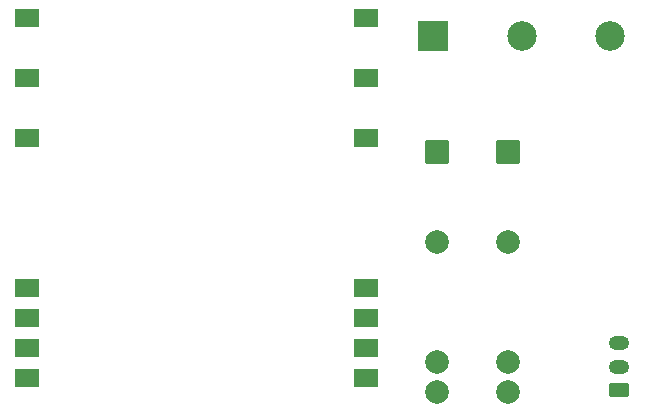
<source format=gbr>
%TF.GenerationSoftware,KiCad,Pcbnew,9.0.1*%
%TF.CreationDate,2025-04-26T14:19:40+02:00*%
%TF.ProjectId,pwr_sply,7077725f-7370-46c7-992e-6b696361645f,rev?*%
%TF.SameCoordinates,Original*%
%TF.FileFunction,Soldermask,Top*%
%TF.FilePolarity,Negative*%
%FSLAX46Y46*%
G04 Gerber Fmt 4.6, Leading zero omitted, Abs format (unit mm)*
G04 Created by KiCad (PCBNEW 9.0.1) date 2025-04-26 14:19:40*
%MOMM*%
%LPD*%
G01*
G04 APERTURE LIST*
G04 Aperture macros list*
%AMRoundRect*
0 Rectangle with rounded corners*
0 $1 Rounding radius*
0 $2 $3 $4 $5 $6 $7 $8 $9 X,Y pos of 4 corners*
0 Add a 4 corners polygon primitive as box body*
4,1,4,$2,$3,$4,$5,$6,$7,$8,$9,$2,$3,0*
0 Add four circle primitives for the rounded corners*
1,1,$1+$1,$2,$3*
1,1,$1+$1,$4,$5*
1,1,$1+$1,$6,$7*
1,1,$1+$1,$8,$9*
0 Add four rect primitives between the rounded corners*
20,1,$1+$1,$2,$3,$4,$5,0*
20,1,$1+$1,$4,$5,$6,$7,0*
20,1,$1+$1,$6,$7,$8,$9,0*
20,1,$1+$1,$8,$9,$2,$3,0*%
G04 Aperture macros list end*
%ADD10RoundRect,0.102000X0.900000X-0.900000X0.900000X0.900000X-0.900000X0.900000X-0.900000X-0.900000X0*%
%ADD11C,2.004000*%
%ADD12R,2.500000X2.500000*%
%ADD13C,2.500000*%
%ADD14RoundRect,0.250000X0.625000X-0.350000X0.625000X0.350000X-0.625000X0.350000X-0.625000X-0.350000X0*%
%ADD15O,1.750000X1.200000*%
%ADD16R,2.030000X1.500000*%
G04 APERTURE END LIST*
D10*
%TO.C,S2*%
X92100000Y-84840000D03*
D11*
X92100000Y-92460000D03*
X92100000Y-102620000D03*
X92100000Y-105160000D03*
%TD*%
D10*
%TO.C,S1*%
X86050000Y-84840000D03*
D11*
X86050000Y-92460000D03*
X86050000Y-102620000D03*
X86050000Y-105160000D03*
%TD*%
D12*
%TO.C,J1*%
X85750000Y-75000000D03*
D13*
X93250000Y-75000000D03*
X100750000Y-75000000D03*
%TD*%
D14*
%TO.C,J2*%
X101500000Y-105000000D03*
D15*
X101500000Y-103000000D03*
X101500000Y-101000000D03*
%TD*%
D16*
%TO.C,PS1*%
X51400000Y-73510000D03*
X51400000Y-78590000D03*
X51400000Y-83670000D03*
X51400000Y-96370000D03*
X51400000Y-98910000D03*
X51400000Y-101450000D03*
X51400000Y-103990000D03*
X80100000Y-103990000D03*
X80100000Y-101450000D03*
X80100000Y-98910000D03*
X80100000Y-96370000D03*
X80100000Y-83670000D03*
X80100000Y-78590000D03*
X80100000Y-73510000D03*
%TD*%
M02*

</source>
